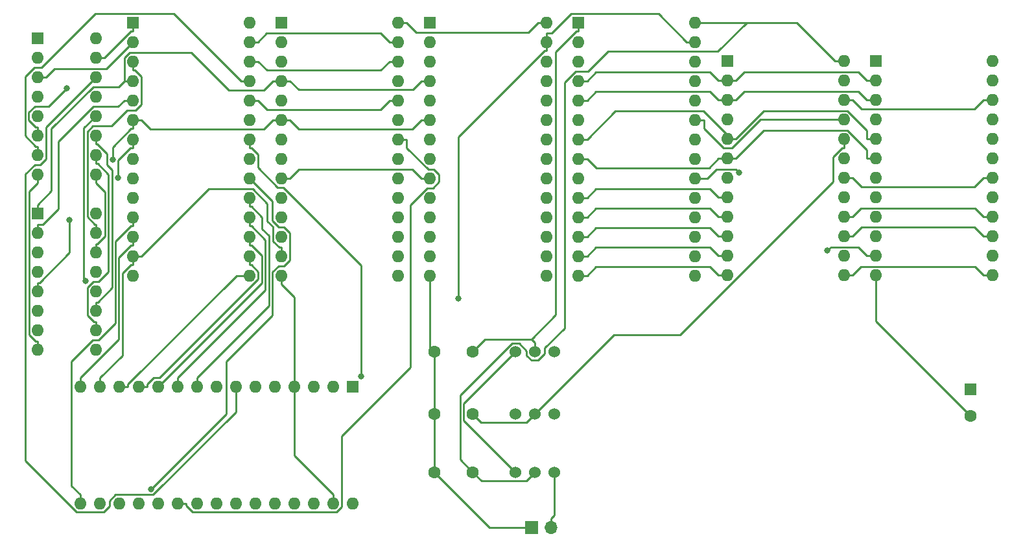
<source format=gbl>
%TF.GenerationSoftware,KiCad,Pcbnew,(6.0.10-0)*%
%TF.CreationDate,2023-09-02T13:11:49+02:00*%
%TF.ProjectId,EPROM_FLASHER,4550524f-4d5f-4464-9c41-534845522e6b,rev?*%
%TF.SameCoordinates,Original*%
%TF.FileFunction,Copper,L2,Bot*%
%TF.FilePolarity,Positive*%
%FSLAX46Y46*%
G04 Gerber Fmt 4.6, Leading zero omitted, Abs format (unit mm)*
G04 Created by KiCad (PCBNEW (6.0.10-0)) date 2023-09-02 13:11:49*
%MOMM*%
%LPD*%
G01*
G04 APERTURE LIST*
%TA.AperFunction,ComponentPad*%
%ADD10R,1.600000X1.600000*%
%TD*%
%TA.AperFunction,ComponentPad*%
%ADD11O,1.600000X1.600000*%
%TD*%
%TA.AperFunction,ComponentPad*%
%ADD12C,1.524000*%
%TD*%
%TA.AperFunction,ComponentPad*%
%ADD13C,1.600000*%
%TD*%
%TA.AperFunction,ComponentPad*%
%ADD14R,1.700000X1.700000*%
%TD*%
%TA.AperFunction,ComponentPad*%
%ADD15O,1.700000X1.700000*%
%TD*%
%TA.AperFunction,ViaPad*%
%ADD16C,0.800000*%
%TD*%
%TA.AperFunction,Conductor*%
%ADD17C,0.250000*%
%TD*%
G04 APERTURE END LIST*
D10*
%TO.P,U4,1,A7*%
%TO.N,A_{7}*%
X148532200Y-43414000D03*
D11*
%TO.P,U4,2,A6*%
%TO.N,A_{6}*%
X148532200Y-45954000D03*
%TO.P,U4,3,A5*%
%TO.N,A_{5}*%
X148532200Y-48494000D03*
%TO.P,U4,4,A4*%
%TO.N,A_{4}*%
X148532200Y-51034000D03*
%TO.P,U4,5,A3*%
%TO.N,A_{3}*%
X148532200Y-53574000D03*
%TO.P,U4,6,A2*%
%TO.N,A_{2}*%
X148532200Y-56114000D03*
%TO.P,U4,7,A1*%
%TO.N,A_{1}*%
X148532200Y-58654000D03*
%TO.P,U4,8,A0*%
%TO.N,A_{0}*%
X148532200Y-61194000D03*
%TO.P,U4,9,D0*%
%TO.N,D_{0}*%
X148532200Y-63734000D03*
%TO.P,U4,10,D1*%
%TO.N,D_{1}*%
X148532200Y-66274000D03*
%TO.P,U4,11,D2*%
%TO.N,D_{2}*%
X148532200Y-68814000D03*
%TO.P,U4,12,GND*%
%TO.N,GND*%
X148532200Y-71354000D03*
%TO.P,U4,13,D3*%
%TO.N,D_{3}*%
X163772200Y-71354000D03*
%TO.P,U4,14,D4*%
%TO.N,D_{4}*%
X163772200Y-68814000D03*
%TO.P,U4,15,D5*%
%TO.N,D_{5}*%
X163772200Y-66274000D03*
%TO.P,U4,16,D6*%
%TO.N,D_{6}*%
X163772200Y-63734000D03*
%TO.P,U4,17,D7*%
%TO.N,D_{7}*%
X163772200Y-61194000D03*
%TO.P,U4,18,~{CE}*%
%TO.N,~{CE}*%
X163772200Y-58654000D03*
%TO.P,U4,19,A10*%
%TO.N,A_{10}*%
X163772200Y-56114000D03*
%TO.P,U4,20,~{OE}/V_{PP}*%
%TO.N,~{OE}{slash}V_{PP}*%
X163772200Y-53574000D03*
%TO.P,U4,21,A11*%
%TO.N,A_{11}*%
X163772200Y-51034000D03*
%TO.P,U4,22,A9*%
%TO.N,A_{9}*%
X163772200Y-48494000D03*
%TO.P,U4,23,A8*%
%TO.N,A_{8}*%
X163772200Y-45954000D03*
%TO.P,U4,24,VCC*%
%TO.N,V_{CC\u002C EPROM}*%
X163772200Y-43414000D03*
%TD*%
D12*
%TO.P,SW3,1,A*%
%TO.N,VCC*%
X120904000Y-97028000D03*
%TO.P,SW3,2,B*%
%TO.N,V_{CC\u002C EPROM}*%
X123444000Y-97028000D03*
%TO.P,SW3,3,C*%
%TO.N,V_{CC\u002CSUPPLY}*%
X125984000Y-97028000D03*
%TD*%
D10*
%TO.P,U6,1,VPP*%
%TO.N,V_{PP}*%
X109723000Y-38364000D03*
D11*
%TO.P,U6,2,A12*%
%TO.N,A_{12}*%
X109723000Y-40904000D03*
%TO.P,U6,3,A7*%
%TO.N,A_{7}*%
X109723000Y-43444000D03*
%TO.P,U6,4,A6*%
%TO.N,A_{6}*%
X109723000Y-45984000D03*
%TO.P,U6,5,A5*%
%TO.N,A_{5}*%
X109723000Y-48524000D03*
%TO.P,U6,6,A4*%
%TO.N,A_{4}*%
X109723000Y-51064000D03*
%TO.P,U6,7,A3*%
%TO.N,A_{3}*%
X109723000Y-53604000D03*
%TO.P,U6,8,A2*%
%TO.N,A_{2}*%
X109723000Y-56144000D03*
%TO.P,U6,9,A1*%
%TO.N,A_{1}*%
X109723000Y-58684000D03*
%TO.P,U6,10,A0*%
%TO.N,A_{0}*%
X109723000Y-61224000D03*
%TO.P,U6,11,D0*%
%TO.N,D_{0}*%
X109723000Y-63764000D03*
%TO.P,U6,12,D1*%
%TO.N,D_{1}*%
X109723000Y-66304000D03*
%TO.P,U6,13,D2*%
%TO.N,D_{2}*%
X109723000Y-68844000D03*
%TO.P,U6,14,GND*%
%TO.N,GND*%
X109723000Y-71384000D03*
%TO.P,U6,15,D3*%
%TO.N,D_{3}*%
X124963000Y-71384000D03*
%TO.P,U6,16,D4*%
%TO.N,D_{4}*%
X124963000Y-68844000D03*
%TO.P,U6,17,D5*%
%TO.N,D_{5}*%
X124963000Y-66304000D03*
%TO.P,U6,18,D6*%
%TO.N,D_{6}*%
X124963000Y-63764000D03*
%TO.P,U6,19,D7*%
%TO.N,D_{7}*%
X124963000Y-61224000D03*
%TO.P,U6,20,~{CE}*%
%TO.N,~{CE}*%
X124963000Y-58684000D03*
%TO.P,U6,21,A10*%
%TO.N,A_{10}*%
X124963000Y-56144000D03*
%TO.P,U6,22,~{OE}*%
%TO.N,~{OE}*%
X124963000Y-53604000D03*
%TO.P,U6,23,A11*%
%TO.N,A_{11}*%
X124963000Y-51064000D03*
%TO.P,U6,24,A9*%
%TO.N,A_{9}*%
X124963000Y-48524000D03*
%TO.P,U6,25,A8*%
%TO.N,A_{8}*%
X124963000Y-45984000D03*
%TO.P,U6,26,A13*%
%TO.N,A_{13}*%
X124963000Y-43444000D03*
%TO.P,U6,27,~{PGM}*%
%TO.N,~{PGM}*%
X124963000Y-40904000D03*
%TO.P,U6,28,VCC*%
%TO.N,V_{CC\u002C EPROM}*%
X124963000Y-38364000D03*
%TD*%
D13*
%TO.P,C1,1*%
%TO.N,V_{PP}*%
X115276000Y-81280000D03*
%TO.P,C1,2*%
%TO.N,GND*%
X110276000Y-81280000D03*
%TD*%
%TO.P,C2,1*%
%TO.N,~{OE}{slash}V_{PP}*%
X115276000Y-89408000D03*
%TO.P,C2,2*%
%TO.N,GND*%
X110276000Y-89408000D03*
%TD*%
D10*
%TO.P,A1,1,D1/TX*%
%TO.N,unconnected-(A1-Pad1)*%
X99615800Y-85862000D03*
D11*
%TO.P,A1,2,D0/RX*%
%TO.N,unconnected-(A1-Pad2)*%
X97075800Y-85862000D03*
%TO.P,A1,3,~{RESET}*%
%TO.N,unconnected-(A1-Pad3)*%
X94535800Y-85862000D03*
%TO.P,A1,4,GND*%
%TO.N,GND*%
X91995800Y-85862000D03*
%TO.P,A1,5,D2*%
%TO.N,~{SRCLR}*%
X89455800Y-85862000D03*
%TO.P,A1,6,D3*%
%TO.N,SRCLK*%
X86915800Y-85862000D03*
%TO.P,A1,7,D4*%
%TO.N,SERIAL*%
X84375800Y-85862000D03*
%TO.P,A1,8,D5*%
%TO.N,RCLK*%
X81835800Y-85862000D03*
%TO.P,A1,9,D6*%
%TO.N,D_{7}*%
X79295800Y-85862000D03*
%TO.P,A1,10,D7*%
%TO.N,D_{6}*%
X76755800Y-85862000D03*
%TO.P,A1,11,D8*%
%TO.N,D_{5}*%
X74215800Y-85862000D03*
%TO.P,A1,12,D9*%
%TO.N,D_{4}*%
X71675800Y-85862000D03*
%TO.P,A1,13,D10*%
%TO.N,D_{3}*%
X69135800Y-85862000D03*
%TO.P,A1,14,D11*%
%TO.N,D_{2}*%
X66595800Y-85862000D03*
%TO.P,A1,15,D12*%
%TO.N,D_{1}*%
X64055800Y-85862000D03*
%TO.P,A1,16,D13*%
%TO.N,D_{0}*%
X64055800Y-101102000D03*
%TO.P,A1,17,3V3*%
%TO.N,unconnected-(A1-Pad17)*%
X66595800Y-101102000D03*
%TO.P,A1,18,AREF*%
%TO.N,unconnected-(A1-Pad18)*%
X69135800Y-101102000D03*
%TO.P,A1,19,A0*%
%TO.N,~{CE}*%
X71675800Y-101102000D03*
%TO.P,A1,20,A1*%
%TO.N,~{PGM}*%
X74215800Y-101102000D03*
%TO.P,A1,21,A2*%
%TO.N,~{OE}*%
X76755800Y-101102000D03*
%TO.P,A1,22,A3*%
%TO.N,unconnected-(A1-Pad22)*%
X79295800Y-101102000D03*
%TO.P,A1,23,A4*%
%TO.N,unconnected-(A1-Pad23)*%
X81835800Y-101102000D03*
%TO.P,A1,24,A5*%
%TO.N,unconnected-(A1-Pad24)*%
X84375800Y-101102000D03*
%TO.P,A1,25,A6*%
%TO.N,unconnected-(A1-Pad25)*%
X86915800Y-101102000D03*
%TO.P,A1,26,A7*%
%TO.N,unconnected-(A1-Pad26)*%
X89455800Y-101102000D03*
%TO.P,A1,27,+5V*%
%TO.N,VCC*%
X91995800Y-101102000D03*
%TO.P,A1,28,~{RESET}*%
%TO.N,unconnected-(A1-Pad28)*%
X94535800Y-101102000D03*
%TO.P,A1,29,GND*%
%TO.N,GND*%
X97075800Y-101102000D03*
%TO.P,A1,30,VIN*%
%TO.N,unconnected-(A1-Pad30)*%
X99615800Y-101102000D03*
%TD*%
D10*
%TO.P,C4,1*%
%TO.N,V_{PP\u002CSUPPLY}*%
X180340000Y-86231300D03*
D13*
%TO.P,C4,2*%
%TO.N,GND*%
X180340000Y-89731300D03*
%TD*%
D10*
%TO.P,U8,1,A15*%
%TO.N,A_{15}*%
X70913800Y-38364000D03*
D11*
%TO.P,U8,2,A12*%
%TO.N,A_{12}*%
X70913800Y-40904000D03*
%TO.P,U8,3,A7*%
%TO.N,A_{7}*%
X70913800Y-43444000D03*
%TO.P,U8,4,A6*%
%TO.N,A_{6}*%
X70913800Y-45984000D03*
%TO.P,U8,5,A5*%
%TO.N,A_{5}*%
X70913800Y-48524000D03*
%TO.P,U8,6,A4*%
%TO.N,A_{4}*%
X70913800Y-51064000D03*
%TO.P,U8,7,A3*%
%TO.N,A_{3}*%
X70913800Y-53604000D03*
%TO.P,U8,8,A2*%
%TO.N,A_{2}*%
X70913800Y-56144000D03*
%TO.P,U8,9,A1*%
%TO.N,A_{1}*%
X70913800Y-58684000D03*
%TO.P,U8,10,A0*%
%TO.N,A_{0}*%
X70913800Y-61224000D03*
%TO.P,U8,11,D0*%
%TO.N,D_{0}*%
X70913800Y-63764000D03*
%TO.P,U8,12,D1*%
%TO.N,D_{1}*%
X70913800Y-66304000D03*
%TO.P,U8,13,D2*%
%TO.N,D_{2}*%
X70913800Y-68844000D03*
%TO.P,U8,14,GND*%
%TO.N,GND*%
X70913800Y-71384000D03*
%TO.P,U8,15,D3*%
%TO.N,D_{3}*%
X86153800Y-71384000D03*
%TO.P,U8,16,D4*%
%TO.N,D_{4}*%
X86153800Y-68844000D03*
%TO.P,U8,17,D5*%
%TO.N,D_{5}*%
X86153800Y-66304000D03*
%TO.P,U8,18,D6*%
%TO.N,D_{6}*%
X86153800Y-63764000D03*
%TO.P,U8,19,D7*%
%TO.N,D_{7}*%
X86153800Y-61224000D03*
%TO.P,U8,20,~{CE}*%
%TO.N,~{CE}*%
X86153800Y-58684000D03*
%TO.P,U8,21,A10*%
%TO.N,A_{10}*%
X86153800Y-56144000D03*
%TO.P,U8,22,~{OE}*%
%TO.N,~{OE}{slash}V_{PP}*%
X86153800Y-53604000D03*
%TO.P,U8,23,A11*%
%TO.N,A_{11}*%
X86153800Y-51064000D03*
%TO.P,U8,24,A9*%
%TO.N,A_{9}*%
X86153800Y-48524000D03*
%TO.P,U8,25,A8*%
%TO.N,A_{8}*%
X86153800Y-45984000D03*
%TO.P,U8,26,A13*%
%TO.N,A_{13}*%
X86153800Y-43444000D03*
%TO.P,U8,27,A14*%
%TO.N,A_{14}*%
X86153800Y-40904000D03*
%TO.P,U8,28,VCC*%
%TO.N,V_{CC\u002C EPROM}*%
X86153800Y-38364000D03*
%TD*%
D14*
%TO.P,J3,1,Pin_1*%
%TO.N,GND*%
X122978800Y-104245200D03*
D15*
%TO.P,J3,2,Pin_2*%
%TO.N,V_{CC\u002CSUPPLY}*%
X125518800Y-104245200D03*
%TD*%
D10*
%TO.P,U2,1,VPP*%
%TO.N,V_{PP}*%
X129127600Y-38364000D03*
D11*
%TO.P,U2,2,A12*%
%TO.N,A_{12}*%
X129127600Y-40904000D03*
%TO.P,U2,3,A7*%
%TO.N,A_{7}*%
X129127600Y-43444000D03*
%TO.P,U2,4,A6*%
%TO.N,A_{6}*%
X129127600Y-45984000D03*
%TO.P,U2,5,A5*%
%TO.N,A_{5}*%
X129127600Y-48524000D03*
%TO.P,U2,6,A4*%
%TO.N,A_{4}*%
X129127600Y-51064000D03*
%TO.P,U2,7,A3*%
%TO.N,A_{3}*%
X129127600Y-53604000D03*
%TO.P,U2,8,A2*%
%TO.N,A_{2}*%
X129127600Y-56144000D03*
%TO.P,U2,9,A1*%
%TO.N,A_{1}*%
X129127600Y-58684000D03*
%TO.P,U2,10,A0*%
%TO.N,A_{0}*%
X129127600Y-61224000D03*
%TO.P,U2,11,D0*%
%TO.N,D_{0}*%
X129127600Y-63764000D03*
%TO.P,U2,12,D1*%
%TO.N,D_{1}*%
X129127600Y-66304000D03*
%TO.P,U2,13,D2*%
%TO.N,D_{2}*%
X129127600Y-68844000D03*
%TO.P,U2,14,GND*%
%TO.N,GND*%
X129127600Y-71384000D03*
%TO.P,U2,15,D3*%
%TO.N,D_{3}*%
X144367600Y-71384000D03*
%TO.P,U2,16,D4*%
%TO.N,D_{4}*%
X144367600Y-68844000D03*
%TO.P,U2,17,D5*%
%TO.N,D_{5}*%
X144367600Y-66304000D03*
%TO.P,U2,18,D6*%
%TO.N,D_{6}*%
X144367600Y-63764000D03*
%TO.P,U2,19,D7*%
%TO.N,D_{7}*%
X144367600Y-61224000D03*
%TO.P,U2,20,~{CE}*%
%TO.N,~{CE}*%
X144367600Y-58684000D03*
%TO.P,U2,21,A10*%
%TO.N,A_{10}*%
X144367600Y-56144000D03*
%TO.P,U2,22,~{OE}*%
%TO.N,~{OE}*%
X144367600Y-53604000D03*
%TO.P,U2,23,A11*%
%TO.N,A_{11}*%
X144367600Y-51064000D03*
%TO.P,U2,24,A9*%
%TO.N,A_{9}*%
X144367600Y-48524000D03*
%TO.P,U2,25,A8*%
%TO.N,A_{8}*%
X144367600Y-45984000D03*
%TO.P,U2,26,NC*%
%TO.N,unconnected-(U2-Pad26)*%
X144367600Y-43444000D03*
%TO.P,U2,27,~{PGM}*%
%TO.N,~{PGM}*%
X144367600Y-40904000D03*
%TO.P,U2,28,VCC*%
%TO.N,V_{CC\u002C EPROM}*%
X144367600Y-38364000D03*
%TD*%
D10*
%TO.P,U3,1,A7*%
%TO.N,A_{7}*%
X167936800Y-43414000D03*
D11*
%TO.P,U3,2,A6*%
%TO.N,A_{6}*%
X167936800Y-45954000D03*
%TO.P,U3,3,A5*%
%TO.N,A_{5}*%
X167936800Y-48494000D03*
%TO.P,U3,4,A4*%
%TO.N,A_{4}*%
X167936800Y-51034000D03*
%TO.P,U3,5,A3*%
%TO.N,A_{3}*%
X167936800Y-53574000D03*
%TO.P,U3,6,A2*%
%TO.N,A_{2}*%
X167936800Y-56114000D03*
%TO.P,U3,7,A1*%
%TO.N,A_{1}*%
X167936800Y-58654000D03*
%TO.P,U3,8,A0*%
%TO.N,A_{0}*%
X167936800Y-61194000D03*
%TO.P,U3,9,D0*%
%TO.N,D_{0}*%
X167936800Y-63734000D03*
%TO.P,U3,10,D1*%
%TO.N,D_{1}*%
X167936800Y-66274000D03*
%TO.P,U3,11,D2*%
%TO.N,D_{2}*%
X167936800Y-68814000D03*
%TO.P,U3,12,GND*%
%TO.N,GND*%
X167936800Y-71354000D03*
%TO.P,U3,13,D3*%
%TO.N,D_{3}*%
X183176800Y-71354000D03*
%TO.P,U3,14,D4*%
%TO.N,D_{4}*%
X183176800Y-68814000D03*
%TO.P,U3,15,D5*%
%TO.N,D_{5}*%
X183176800Y-66274000D03*
%TO.P,U3,16,D6*%
%TO.N,D_{6}*%
X183176800Y-63734000D03*
%TO.P,U3,17,D7*%
%TO.N,D_{7}*%
X183176800Y-61194000D03*
%TO.P,U3,18,~{CE}*%
%TO.N,~{CE}*%
X183176800Y-58654000D03*
%TO.P,U3,19,A10*%
%TO.N,A_{10}*%
X183176800Y-56114000D03*
%TO.P,U3,20,~{OE}*%
%TO.N,~{OE}*%
X183176800Y-53574000D03*
%TO.P,U3,21,V_{PP}*%
%TO.N,V_{PP}*%
X183176800Y-51034000D03*
%TO.P,U3,22,A9*%
%TO.N,A_{9}*%
X183176800Y-48494000D03*
%TO.P,U3,23,A8*%
%TO.N,A_{8}*%
X183176800Y-45954000D03*
%TO.P,U3,24,VCC*%
%TO.N,V_{CC\u002C EPROM}*%
X183176800Y-43414000D03*
%TD*%
D10*
%TO.P,U5,1,QB*%
%TO.N,A_{6}*%
X58477800Y-63261000D03*
D11*
%TO.P,U5,2,QC*%
%TO.N,A_{5}*%
X58477800Y-65801000D03*
%TO.P,U5,3,QD*%
%TO.N,A_{4}*%
X58477800Y-68341000D03*
%TO.P,U5,4,QE*%
%TO.N,A_{3}*%
X58477800Y-70881000D03*
%TO.P,U5,5,QF*%
%TO.N,A_{2}*%
X58477800Y-73421000D03*
%TO.P,U5,6,QG*%
%TO.N,A_{1}*%
X58477800Y-75961000D03*
%TO.P,U5,7,QH*%
%TO.N,A_{0}*%
X58477800Y-78501000D03*
%TO.P,U5,8,GND*%
%TO.N,GND*%
X58477800Y-81041000D03*
%TO.P,U5,9,QH'*%
%TO.N,unconnected-(U5-Pad9)*%
X66097800Y-81041000D03*
%TO.P,U5,10,~{SRCLR}*%
%TO.N,~{SRCLR}*%
X66097800Y-78501000D03*
%TO.P,U5,11,SRCLK*%
%TO.N,SRCLK*%
X66097800Y-75961000D03*
%TO.P,U5,12,RCLK*%
%TO.N,RCLK*%
X66097800Y-73421000D03*
%TO.P,U5,13,~{OE}*%
%TO.N,GND*%
X66097800Y-70881000D03*
%TO.P,U5,14,SER*%
%TO.N,Net-(U1-Pad9)*%
X66097800Y-68341000D03*
%TO.P,U5,15,QA*%
%TO.N,A_{7}*%
X66097800Y-65801000D03*
%TO.P,U5,16,VCC*%
%TO.N,VCC*%
X66097800Y-63261000D03*
%TD*%
D10*
%TO.P,U7,1,VPP*%
%TO.N,V_{PP}*%
X90318400Y-38364000D03*
D11*
%TO.P,U7,2,A12*%
%TO.N,A_{12}*%
X90318400Y-40904000D03*
%TO.P,U7,3,A7*%
%TO.N,A_{7}*%
X90318400Y-43444000D03*
%TO.P,U7,4,A6*%
%TO.N,A_{6}*%
X90318400Y-45984000D03*
%TO.P,U7,5,A5*%
%TO.N,A_{5}*%
X90318400Y-48524000D03*
%TO.P,U7,6,A4*%
%TO.N,A_{4}*%
X90318400Y-51064000D03*
%TO.P,U7,7,A3*%
%TO.N,A_{3}*%
X90318400Y-53604000D03*
%TO.P,U7,8,A2*%
%TO.N,A_{2}*%
X90318400Y-56144000D03*
%TO.P,U7,9,A1*%
%TO.N,A_{1}*%
X90318400Y-58684000D03*
%TO.P,U7,10,A0*%
%TO.N,A_{0}*%
X90318400Y-61224000D03*
%TO.P,U7,11,D0*%
%TO.N,D_{0}*%
X90318400Y-63764000D03*
%TO.P,U7,12,D1*%
%TO.N,D_{1}*%
X90318400Y-66304000D03*
%TO.P,U7,13,D2*%
%TO.N,D_{2}*%
X90318400Y-68844000D03*
%TO.P,U7,14,GND*%
%TO.N,GND*%
X90318400Y-71384000D03*
%TO.P,U7,15,D3*%
%TO.N,D_{3}*%
X105558400Y-71384000D03*
%TO.P,U7,16,D4*%
%TO.N,D_{4}*%
X105558400Y-68844000D03*
%TO.P,U7,17,D5*%
%TO.N,D_{5}*%
X105558400Y-66304000D03*
%TO.P,U7,18,D6*%
%TO.N,D_{6}*%
X105558400Y-63764000D03*
%TO.P,U7,19,D7*%
%TO.N,D_{7}*%
X105558400Y-61224000D03*
%TO.P,U7,20,~{CE}*%
%TO.N,~{CE}*%
X105558400Y-58684000D03*
%TO.P,U7,21,A10*%
%TO.N,A_{10}*%
X105558400Y-56144000D03*
%TO.P,U7,22,~{OE}*%
%TO.N,~{OE}*%
X105558400Y-53604000D03*
%TO.P,U7,23,A11*%
%TO.N,A_{11}*%
X105558400Y-51064000D03*
%TO.P,U7,24,A9*%
%TO.N,A_{9}*%
X105558400Y-48524000D03*
%TO.P,U7,25,A8*%
%TO.N,A_{8}*%
X105558400Y-45984000D03*
%TO.P,U7,26,A13*%
%TO.N,A_{13}*%
X105558400Y-43444000D03*
%TO.P,U7,27,A14*%
%TO.N,A_{14}*%
X105558400Y-40904000D03*
%TO.P,U7,28,VCC*%
%TO.N,V_{CC\u002C EPROM}*%
X105558400Y-38364000D03*
%TD*%
D10*
%TO.P,U1,1,QB*%
%TO.N,A_{14}*%
X58477800Y-40401000D03*
D11*
%TO.P,U1,2,QC*%
%TO.N,A_{13}*%
X58477800Y-42941000D03*
%TO.P,U1,3,QD*%
%TO.N,A_{12}*%
X58477800Y-45481000D03*
%TO.P,U1,4,QE*%
%TO.N,A_{11}*%
X58477800Y-48021000D03*
%TO.P,U1,5,QF*%
%TO.N,A_{10}*%
X58477800Y-50561000D03*
%TO.P,U1,6,QG*%
%TO.N,A_{9}*%
X58477800Y-53101000D03*
%TO.P,U1,7,QH*%
%TO.N,A_{8}*%
X58477800Y-55641000D03*
%TO.P,U1,8,GND*%
%TO.N,GND*%
X58477800Y-58181000D03*
%TO.P,U1,9,QH'*%
%TO.N,Net-(U1-Pad9)*%
X66097800Y-58181000D03*
%TO.P,U1,10,~{SRCLR}*%
%TO.N,~{SRCLR}*%
X66097800Y-55641000D03*
%TO.P,U1,11,SRCLK*%
%TO.N,SRCLK*%
X66097800Y-53101000D03*
%TO.P,U1,12,RCLK*%
%TO.N,RCLK*%
X66097800Y-50561000D03*
%TO.P,U1,13,~{OE}*%
%TO.N,GND*%
X66097800Y-48021000D03*
%TO.P,U1,14,SER*%
%TO.N,SERIAL*%
X66097800Y-45481000D03*
%TO.P,U1,15,QA*%
%TO.N,A_{15}*%
X66097800Y-42941000D03*
%TO.P,U1,16,VCC*%
%TO.N,VCC*%
X66097800Y-40401000D03*
%TD*%
D12*
%TO.P,SW2,1,A*%
%TO.N,GND*%
X120904000Y-89408000D03*
%TO.P,SW2,2,B*%
%TO.N,~{OE}{slash}V_{PP}*%
X123444000Y-89408000D03*
%TO.P,SW2,3,C*%
%TO.N,V_{PP\u002CSUPPLY}*%
X125984000Y-89408000D03*
%TD*%
D13*
%TO.P,C3,1*%
%TO.N,V_{CC\u002C EPROM}*%
X115316000Y-97028000D03*
%TO.P,C3,2*%
%TO.N,GND*%
X110316000Y-97028000D03*
%TD*%
D12*
%TO.P,SW1,1,A*%
%TO.N,VCC*%
X120904000Y-81280000D03*
%TO.P,SW1,2,B*%
%TO.N,V_{PP}*%
X123444000Y-81280000D03*
%TO.P,SW1,3,C*%
%TO.N,V_{PP\u002CSUPPLY}*%
X125984000Y-81280000D03*
%TD*%
D16*
%TO.N,RCLK*%
X64768400Y-72058500D03*
%TO.N,D_{2}*%
X161650000Y-68119700D03*
%TO.N,~{CE}*%
X150064000Y-57961300D03*
X73284900Y-99218700D03*
%TO.N,~{PGM}*%
X113434000Y-74335200D03*
%TO.N,~{OE}{slash}V_{PP}*%
X100726800Y-84494100D03*
%TO.N,A_{9}*%
X62291000Y-46895800D03*
%TO.N,A_{4}*%
X68265900Y-56217700D03*
%TO.N,A_{3}*%
X69020700Y-58594200D03*
%TO.N,A_{2}*%
X62626900Y-64164500D03*
%TD*%
D17*
%TO.N,GND*%
X167936800Y-71354000D02*
X167937000Y-71354000D01*
X110316000Y-97028000D02*
X110276000Y-96988000D01*
X148532200Y-71354000D02*
X148532000Y-71354000D01*
X90318400Y-72509100D02*
X91995800Y-74186500D01*
X58477800Y-79915900D02*
X58477800Y-81041000D01*
X109723000Y-71384000D02*
X109723000Y-80727000D01*
X91995800Y-94896900D02*
X91995800Y-85862000D01*
X146282000Y-70229000D02*
X147407000Y-71354000D01*
X167937000Y-77328100D02*
X180340000Y-89731300D01*
X131408000Y-70229000D02*
X146282000Y-70229000D01*
X167937000Y-71354000D02*
X167937000Y-77328100D01*
X57352600Y-79072000D02*
X58196500Y-79915900D01*
X58477800Y-58181000D02*
X58477800Y-59306100D01*
X57352600Y-60431300D02*
X57352600Y-79072000D01*
X97075800Y-101102000D02*
X97075800Y-99976900D01*
X130253000Y-71384000D02*
X131408000Y-70229000D01*
X58196500Y-79915900D02*
X58477800Y-79915900D01*
X91995800Y-74186500D02*
X91995800Y-85862000D01*
X97075800Y-99976900D02*
X91995800Y-94896900D01*
X110276000Y-96988000D02*
X110276000Y-89408000D01*
X58477800Y-59306100D02*
X57352600Y-60431300D01*
X147407000Y-71354000D02*
X148532000Y-71354000D01*
X122978800Y-104245200D02*
X117533200Y-104245200D01*
X110276000Y-89408000D02*
X110276000Y-81280000D01*
X129127600Y-71384000D02*
X129128000Y-71384000D01*
X117533200Y-104245200D02*
X110316000Y-97028000D01*
X109723000Y-80727000D02*
X110276000Y-81280000D01*
X90318400Y-71384000D02*
X90318400Y-72509100D01*
X129128000Y-71384000D02*
X130253000Y-71384000D01*
%TO.N,~{SRCLR}*%
X66330900Y-56766100D02*
X66097800Y-56766100D01*
X66097800Y-77375900D02*
X65816500Y-77375900D01*
X65816500Y-77375900D02*
X64971500Y-76530900D01*
X66097800Y-56766100D02*
X66097800Y-55641000D01*
X66477000Y-72151000D02*
X67747000Y-70881000D01*
X64971500Y-72910400D02*
X65730900Y-72151000D01*
X67747000Y-58182200D02*
X66330900Y-56766100D01*
X66097800Y-78501000D02*
X66097800Y-77375900D01*
X67747000Y-70881000D02*
X67747000Y-58182200D01*
X65730900Y-72151000D02*
X66477000Y-72151000D01*
X64971500Y-76530900D02*
X64971500Y-72910400D01*
%TO.N,SRCLK*%
X66275900Y-54226100D02*
X66097800Y-54226100D01*
X66097800Y-54226100D02*
X66097800Y-53101000D01*
X68197300Y-57597600D02*
X67510900Y-56911200D01*
X67510900Y-56911200D02*
X67510900Y-55461100D01*
X66097800Y-74835900D02*
X66330900Y-74835900D01*
X66330900Y-74835900D02*
X68197300Y-72969500D01*
X66097800Y-75961000D02*
X66097800Y-74835900D01*
X68197300Y-72969500D02*
X68197300Y-57597600D01*
X67510900Y-55461100D02*
X66275900Y-54226100D01*
%TO.N,SERIAL*%
X58862300Y-56911000D02*
X59603000Y-56170300D01*
X68663600Y-99976800D02*
X67865800Y-100775000D01*
X56896400Y-95538300D02*
X56896400Y-58136100D01*
X67079200Y-102238000D02*
X63596000Y-102238000D01*
X67865800Y-101451000D02*
X67079200Y-102238000D01*
X58121500Y-56911000D02*
X58862300Y-56911000D01*
X84375800Y-89189700D02*
X73588700Y-99976800D01*
X84375800Y-85862000D02*
X84375800Y-89189700D01*
X63596000Y-102238000D02*
X56896400Y-95538300D01*
X59603000Y-51975800D02*
X66097800Y-45481000D01*
X59603000Y-56170300D02*
X59603000Y-51975800D01*
X73588700Y-99976800D02*
X68663600Y-99976800D01*
X67865800Y-100775000D02*
X67865800Y-101451000D01*
X56896400Y-58136100D02*
X58121500Y-56911000D01*
%TO.N,RCLK*%
X64522500Y-52136300D02*
X64522500Y-71812600D01*
X64522500Y-71812600D02*
X64768400Y-72058500D01*
X66097800Y-50561000D02*
X64522500Y-52136300D01*
%TO.N,D_{7}*%
X86153800Y-61224000D02*
X86153800Y-62349100D01*
X88714600Y-75318100D02*
X79295800Y-84736900D01*
X79295800Y-84736900D02*
X79295800Y-85862000D01*
X87814500Y-63776700D02*
X87814500Y-65275000D01*
X87814500Y-65275000D02*
X88714600Y-66175100D01*
X86153800Y-62349100D02*
X86386900Y-62349100D01*
X88714600Y-66175100D02*
X88714600Y-75318100D01*
X86386900Y-62349100D02*
X87814500Y-63776700D01*
%TO.N,D_{6}*%
X180902000Y-62584500D02*
X182052000Y-63734000D01*
X76755800Y-85862000D02*
X76755800Y-84736900D01*
X88213000Y-66715200D02*
X86386900Y-64889100D01*
X163772200Y-63734000D02*
X164897000Y-63734000D01*
X182052000Y-63734000D02*
X183176800Y-63734000D01*
X163772000Y-63734000D02*
X163772200Y-63734000D01*
X86153800Y-64889100D02*
X86153800Y-63764000D01*
X86386900Y-64889100D02*
X86153800Y-64889100D01*
X183176800Y-63734000D02*
X183177000Y-63734000D01*
X88213000Y-73279700D02*
X88213000Y-66715200D01*
X76755800Y-84736900D02*
X88213000Y-73279700D01*
X164897000Y-63734000D02*
X166047000Y-62584500D01*
X166047000Y-62584500D02*
X180902000Y-62584500D01*
%TO.N,D_{5}*%
X180861000Y-65083400D02*
X182052000Y-66274000D01*
X183176800Y-66274000D02*
X183177000Y-66274000D01*
X86386900Y-67429100D02*
X86153800Y-67429100D01*
X163772000Y-66274000D02*
X163772200Y-66274000D01*
X163772200Y-66274000D02*
X164897000Y-66274000D01*
X182052000Y-66274000D02*
X183176800Y-66274000D01*
X164897000Y-66274000D02*
X166088000Y-65083400D01*
X87756400Y-68798600D02*
X86386900Y-67429100D01*
X86153800Y-67429100D02*
X86153800Y-66304000D01*
X74215800Y-85862000D02*
X87756400Y-72321400D01*
X166088000Y-65083400D02*
X180861000Y-65083400D01*
X87756400Y-72321400D02*
X87756400Y-68798600D01*
%TO.N,D_{4}*%
X86386900Y-69969100D02*
X86153800Y-69969100D01*
X71675800Y-85862000D02*
X72800900Y-85862000D01*
X86153800Y-69969100D02*
X86153800Y-68844000D01*
X72800900Y-85580600D02*
X73644600Y-84736900D01*
X87306200Y-70888400D02*
X86386900Y-69969100D01*
X72800900Y-85862000D02*
X72800900Y-85580600D01*
X87306200Y-71826100D02*
X87306200Y-70888400D01*
X74395400Y-84736900D02*
X87306200Y-71826100D01*
X73644600Y-84736900D02*
X74395400Y-84736900D01*
%TO.N,D_{3}*%
X183176800Y-71354000D02*
X183177000Y-71354000D01*
X84457600Y-71384000D02*
X86153800Y-71384000D01*
X69135800Y-85862000D02*
X70260900Y-85862000D01*
X166047000Y-70204500D02*
X180902000Y-70204500D01*
X180902000Y-70204500D02*
X182052000Y-71354000D01*
X163772200Y-71354000D02*
X164897000Y-71354000D01*
X163772000Y-71354000D02*
X163772200Y-71354000D01*
X70260900Y-85862000D02*
X70260900Y-85580700D01*
X164897000Y-71354000D02*
X166047000Y-70204500D01*
X182052000Y-71354000D02*
X183176800Y-71354000D01*
X70260900Y-85580700D02*
X84457600Y-71384000D01*
%TO.N,D_{2}*%
X66595800Y-84736900D02*
X69547600Y-81785100D01*
X165686000Y-67688800D02*
X162081000Y-67688800D01*
X90037000Y-67718900D02*
X89193300Y-66875200D01*
X88489700Y-61966600D02*
X86602900Y-60079800D01*
X86602900Y-60079800D02*
X80803100Y-60079800D01*
X69547600Y-71102100D02*
X70680600Y-69969100D01*
X148532200Y-68814000D02*
X148532000Y-68814000D01*
X166812000Y-68814000D02*
X165686000Y-67688800D01*
X130253000Y-68844000D02*
X131408000Y-67689000D01*
X66595800Y-85862000D02*
X66595800Y-84736900D01*
X89193300Y-66875200D02*
X89193300Y-64968900D01*
X89193300Y-64968900D02*
X88489700Y-64265300D01*
X80803100Y-60079800D02*
X72038900Y-68844000D01*
X146282000Y-67689000D02*
X147407000Y-68814000D01*
X88489700Y-64265300D02*
X88489700Y-61966600D01*
X90318400Y-67718900D02*
X90037000Y-67718900D01*
X167936800Y-68814000D02*
X166812000Y-68814000D01*
X129127600Y-68844000D02*
X129128000Y-68844000D01*
X70913800Y-69969100D02*
X70913800Y-68844000D01*
X129128000Y-68844000D02*
X130253000Y-68844000D01*
X147407000Y-68814000D02*
X148532000Y-68814000D01*
X162081000Y-67688800D02*
X161650000Y-68119700D01*
X70680600Y-69969100D02*
X70913800Y-69969100D01*
X72038900Y-68844000D02*
X70913800Y-68844000D01*
X131408000Y-67689000D02*
X146282000Y-67689000D01*
X69547600Y-81785100D02*
X69547600Y-71102100D01*
X90318400Y-68844000D02*
X90318400Y-67718900D01*
X167937000Y-68814000D02*
X167936800Y-68814000D01*
%TO.N,D_{1}*%
X148532000Y-66274000D02*
X147407000Y-66274000D01*
X70913800Y-67429100D02*
X70913800Y-66304000D01*
X64055800Y-85862000D02*
X64055800Y-84736900D01*
X131408000Y-65149000D02*
X130253000Y-66304000D01*
X69097500Y-69012200D02*
X70680600Y-67429100D01*
X147407000Y-66274000D02*
X146282000Y-65149000D01*
X64055800Y-84736900D02*
X69097500Y-79695200D01*
X129127600Y-66304000D02*
X129128000Y-66304000D01*
X69097500Y-79695200D02*
X69097500Y-69012200D01*
X130253000Y-66304000D02*
X129128000Y-66304000D01*
X70680600Y-67429100D02*
X70913800Y-67429100D01*
X146282000Y-65149000D02*
X131408000Y-65149000D01*
X148532200Y-66274000D02*
X148532000Y-66274000D01*
%TO.N,D_{0}*%
X130253000Y-63764000D02*
X131408000Y-62609000D01*
X68647400Y-77595200D02*
X66471600Y-79771000D01*
X62922700Y-98843800D02*
X64055800Y-99976900D01*
X129128000Y-63764000D02*
X130253000Y-63764000D01*
X147407000Y-63734000D02*
X148532000Y-63734000D01*
X70680600Y-64889100D02*
X68647400Y-66922300D01*
X62922700Y-82568400D02*
X62922700Y-98843800D01*
X129127600Y-63764000D02*
X129128000Y-63764000D01*
X70913800Y-64889100D02*
X70680600Y-64889100D01*
X148532200Y-63734000D02*
X148532000Y-63734000D01*
X65720100Y-79771000D02*
X62922700Y-82568400D01*
X70913800Y-63764000D02*
X70913800Y-64889100D01*
X66471600Y-79771000D02*
X65720100Y-79771000D01*
X146282000Y-62609000D02*
X147407000Y-63734000D01*
X64055800Y-99976900D02*
X64055800Y-101102000D01*
X131408000Y-62609000D02*
X146282000Y-62609000D01*
X68647400Y-66922300D02*
X68647400Y-77595200D01*
%TO.N,~{CE}*%
X91460900Y-69352100D02*
X90699000Y-70114000D01*
X180861000Y-59844600D02*
X182052000Y-58654000D01*
X164897000Y-58654000D02*
X166088000Y-59844600D01*
X145967000Y-58684000D02*
X147122000Y-57528800D01*
X90643200Y-65034000D02*
X91460900Y-65851700D01*
X182052000Y-58654000D02*
X183176800Y-58654000D01*
X166088000Y-59844600D02*
X180861000Y-59844600D01*
X83105800Y-82620100D02*
X83105800Y-89397800D01*
X91460900Y-65851700D02*
X91460900Y-69352100D01*
X147122000Y-57528800D02*
X149632000Y-57528800D01*
X89165000Y-76560900D02*
X83105800Y-82620100D01*
X163772200Y-58654000D02*
X164897000Y-58654000D01*
X89996300Y-65034000D02*
X90643200Y-65034000D01*
X89954300Y-70114000D02*
X89165000Y-70903300D01*
X89164800Y-64202500D02*
X89996300Y-65034000D01*
X149632000Y-57528800D02*
X150064000Y-57961300D01*
X144368000Y-58684000D02*
X145967000Y-58684000D01*
X144367600Y-58684000D02*
X144368000Y-58684000D01*
X89164800Y-61695000D02*
X89164800Y-64202500D01*
X90699000Y-70114000D02*
X89954300Y-70114000D01*
X89165000Y-70903300D02*
X89165000Y-76560900D01*
X183176800Y-58654000D02*
X183177000Y-58654000D01*
X163772000Y-58654000D02*
X163772200Y-58654000D01*
X83105800Y-89397800D02*
X73284900Y-99218700D01*
X86153800Y-58684000D02*
X89164800Y-61695000D01*
%TO.N,~{PGM}*%
X113434000Y-53324800D02*
X124730000Y-42029100D01*
X139577000Y-37238800D02*
X143242000Y-40904000D01*
X128166000Y-37238800D02*
X139577000Y-37238800D01*
X124963000Y-39778900D02*
X125626000Y-39778900D01*
X124963000Y-42029100D02*
X124963000Y-40904000D01*
X124963000Y-40904000D02*
X124963000Y-39778900D01*
X113434000Y-74335200D02*
X113434000Y-53324800D01*
X125626000Y-39778900D02*
X128166000Y-37238800D01*
X143242000Y-40904000D02*
X144367600Y-40904000D01*
X124730000Y-42029100D02*
X124963000Y-42029100D01*
X144367600Y-40904000D02*
X144368000Y-40904000D01*
%TO.N,~{OE}*%
X98201000Y-101586000D02*
X98201000Y-92299000D01*
X110108000Y-59947000D02*
X110894000Y-59161300D01*
X105558400Y-53604000D02*
X105558000Y-53604000D01*
X77880900Y-101102000D02*
X77880900Y-101383000D01*
X107188000Y-83312000D02*
X107188000Y-62162000D01*
X98201000Y-92299000D02*
X107188000Y-83312000D01*
X97548200Y-102239000D02*
X98201000Y-101586000D01*
X106684000Y-53604000D02*
X105558400Y-53604000D01*
X77880900Y-101383000D02*
X78736800Y-102239000D01*
X110894000Y-58218600D02*
X110234000Y-57558800D01*
X109403000Y-59947000D02*
X110108000Y-59947000D01*
X110234000Y-57558800D02*
X109513000Y-57558800D01*
X109513000Y-57558800D02*
X106684000Y-54729100D01*
X107188000Y-62162000D02*
X109403000Y-59947000D01*
X110894000Y-59161300D02*
X110894000Y-58218600D01*
X76755800Y-101102000D02*
X77880900Y-101102000D01*
X106684000Y-54729100D02*
X106684000Y-53604000D01*
X78736800Y-102239000D02*
X97548200Y-102239000D01*
%TO.N,VCC*%
X120904000Y-97028000D02*
X114132000Y-90256000D01*
X114132000Y-90256000D02*
X114132000Y-88052000D01*
X114132000Y-88052000D02*
X120904000Y-81280000D01*
%TO.N,V_{PP}*%
X126170600Y-76502500D02*
X122993900Y-79679200D01*
X128846300Y-39489100D02*
X126170600Y-42164800D01*
X126170600Y-42164800D02*
X126170600Y-76502500D01*
X123444000Y-80129300D02*
X122993900Y-79679200D01*
X129127600Y-39489100D02*
X128846300Y-39489100D01*
X122993900Y-79679200D02*
X116876800Y-79679200D01*
X116876800Y-79679200D02*
X115276000Y-81280000D01*
X123444000Y-81280000D02*
X123444000Y-80129300D01*
X129127600Y-38364000D02*
X129127600Y-39489100D01*
%TO.N,~{OE}{slash}V_{PP}*%
X163539000Y-54699100D02*
X163772200Y-54699100D01*
X115276000Y-89408000D02*
X116393500Y-90525500D01*
X87278900Y-55572800D02*
X87278900Y-57307500D01*
X87278900Y-57307500D02*
X89851500Y-59880100D01*
X142406800Y-79086800D02*
X162357400Y-59136200D01*
X100726800Y-70014300D02*
X100726800Y-84494100D01*
X86153800Y-54729100D02*
X86435200Y-54729100D01*
X133765200Y-79086800D02*
X142406800Y-79086800D01*
X86435200Y-54729100D02*
X87278900Y-55572800D01*
X163772200Y-53574000D02*
X163772200Y-54699100D01*
X86153800Y-53604000D02*
X86153800Y-54729100D01*
X90592600Y-59880100D02*
X100726800Y-70014300D01*
X162357400Y-59136200D02*
X162357400Y-55880700D01*
X122326500Y-90525500D02*
X123444000Y-89408000D01*
X162357400Y-55880700D02*
X163539000Y-54699100D01*
X116393500Y-90525500D02*
X122326500Y-90525500D01*
X123444000Y-89408000D02*
X133765200Y-79086800D01*
X89851500Y-59880100D02*
X90592600Y-59880100D01*
%TO.N,V_{CC\u002C EPROM}*%
X115316000Y-97028000D02*
X116439500Y-98151500D01*
X122985500Y-82410700D02*
X122356800Y-81782000D01*
X124714000Y-80826000D02*
X124714000Y-81562200D01*
X123838000Y-38364000D02*
X122568000Y-39634000D01*
X122320500Y-98151500D02*
X123444000Y-97028000D01*
X157597000Y-38364000D02*
X151072200Y-38364000D01*
X121359500Y-80192800D02*
X120426000Y-80192800D01*
X151072200Y-38364000D02*
X144368000Y-38364000D01*
X116439500Y-98151500D02*
X122320500Y-98151500D01*
X133006600Y-42100100D02*
X130392700Y-44714000D01*
X113675200Y-86943600D02*
X113675200Y-95387200D01*
X124963000Y-38364000D02*
X123838000Y-38364000D01*
X144368000Y-38364000D02*
X144367600Y-38364000D01*
X122356800Y-81782000D02*
X122356800Y-81190100D01*
X107954000Y-39634000D02*
X106684000Y-38364000D01*
X106684000Y-38364000D02*
X105558400Y-38364000D01*
X162647000Y-43414000D02*
X157597000Y-38364000D01*
X151072200Y-38364000D02*
X147336100Y-42100100D01*
X105558400Y-38364000D02*
X105558000Y-38364000D01*
X122356800Y-81190100D02*
X121359500Y-80192800D01*
X123865500Y-82410700D02*
X122985500Y-82410700D01*
X113675200Y-95387200D02*
X115316000Y-97028000D01*
X124714000Y-81562200D02*
X123865500Y-82410700D01*
X163772200Y-43414000D02*
X163772000Y-43414000D01*
X120426000Y-80192800D02*
X113675200Y-86943600D01*
X130392700Y-44714000D02*
X128749300Y-44714000D01*
X122568000Y-39634000D02*
X107954000Y-39634000D01*
X127317500Y-78222500D02*
X124714000Y-80826000D01*
X163772000Y-43414000D02*
X162647000Y-43414000D01*
X128749300Y-44714000D02*
X127317500Y-46145800D01*
X127317500Y-46145800D02*
X127317500Y-78222500D01*
X147336100Y-42100100D02*
X133006600Y-42100100D01*
%TO.N,V_{CC\u002CSUPPLY}*%
X125984000Y-102604900D02*
X125984000Y-97028000D01*
X125518800Y-103070100D02*
X125984000Y-102604900D01*
X125518800Y-104245200D02*
X125518800Y-103070100D01*
%TO.N,A_{14}*%
X88412400Y-39770500D02*
X103300000Y-39770500D01*
X103300000Y-39770500D02*
X104433000Y-40904000D01*
X86153800Y-40904000D02*
X87278900Y-40904000D01*
X104433000Y-40904000D02*
X105558000Y-40904000D01*
X105558000Y-40904000D02*
X105558400Y-40904000D01*
X87278900Y-40904000D02*
X88412400Y-39770500D01*
%TO.N,A_{13}*%
X104433000Y-43444000D02*
X105558000Y-43444000D01*
X88428400Y-44593500D02*
X103284000Y-44593500D01*
X87278900Y-43444000D02*
X88428400Y-44593500D01*
X105558400Y-43444000D02*
X105558000Y-43444000D01*
X86153800Y-43444000D02*
X87278900Y-43444000D01*
X103284000Y-44593500D02*
X104433000Y-43444000D01*
%TO.N,A_{12}*%
X67461900Y-44355900D02*
X70913800Y-40904000D01*
X59602900Y-45481000D02*
X60728000Y-44355900D01*
X58477800Y-45481000D02*
X59602900Y-45481000D01*
X60728000Y-44355900D02*
X67461900Y-44355900D01*
%TO.N,A_{11}*%
X152872000Y-51034000D02*
X163772000Y-51034000D01*
X144368000Y-51064000D02*
X145493000Y-51064000D01*
X163772000Y-51034000D02*
X163772200Y-51034000D01*
X148039000Y-54735500D02*
X149171000Y-54735500D01*
X145493000Y-51064000D02*
X145493000Y-52189100D01*
X145493000Y-52189100D02*
X148039000Y-54735500D01*
X144367600Y-51064000D02*
X144368000Y-51064000D01*
X149171000Y-54735500D02*
X152872000Y-51034000D01*
%TO.N,A_{9}*%
X183176800Y-48494000D02*
X182052000Y-48494000D01*
X163772200Y-48494000D02*
X163772000Y-48494000D01*
X164897000Y-48494000D02*
X163772200Y-48494000D01*
X180869000Y-49676600D02*
X166080000Y-49676600D01*
X103243000Y-49714600D02*
X104433000Y-48524000D01*
X182052000Y-48494000D02*
X180869000Y-49676600D01*
X58477800Y-51975900D02*
X58196500Y-51975900D01*
X58196500Y-51975900D02*
X57332900Y-51112300D01*
X105558400Y-48524000D02*
X105558000Y-48524000D01*
X58477800Y-53101000D02*
X58477800Y-51975900D01*
X88469500Y-49714600D02*
X103243000Y-49714600D01*
X58109100Y-49291000D02*
X59895800Y-49291000D01*
X183177000Y-48494000D02*
X183176800Y-48494000D01*
X57332900Y-50067200D02*
X58109100Y-49291000D01*
X86153800Y-48524000D02*
X87278900Y-48524000D01*
X166080000Y-49676600D02*
X164897000Y-48494000D01*
X104433000Y-48524000D02*
X105558000Y-48524000D01*
X87278900Y-48524000D02*
X88469500Y-49714600D01*
X59895800Y-49291000D02*
X62291000Y-46895800D01*
X57332900Y-51112300D02*
X57332900Y-50067200D01*
%TO.N,A_{8}*%
X59007800Y-44211000D02*
X58076800Y-44211000D01*
X65980000Y-37238800D02*
X59007800Y-44211000D01*
X76283500Y-37238800D02*
X65980000Y-37238800D01*
X56880500Y-53151800D02*
X58244600Y-54515900D01*
X58244600Y-54515900D02*
X58477800Y-54515900D01*
X85028700Y-45984000D02*
X76283500Y-37238800D01*
X58477800Y-54515900D02*
X58477800Y-55641000D01*
X86153800Y-45984000D02*
X85028700Y-45984000D01*
X56880500Y-45407300D02*
X56880500Y-53151800D01*
X58076800Y-44211000D02*
X56880500Y-45407300D01*
%TO.N,Net-(U1-Pad9)*%
X66097800Y-59306100D02*
X67261500Y-60469800D01*
X66097800Y-67215900D02*
X66097800Y-68341000D01*
X67261500Y-66257000D02*
X66302600Y-67215900D01*
X66097800Y-58181000D02*
X66097800Y-59306100D01*
X66302600Y-67215900D02*
X66097800Y-67215900D01*
X67261500Y-60469800D02*
X67261500Y-66257000D01*
%TO.N,A_{15}*%
X70913800Y-38364000D02*
X70913800Y-39489100D01*
X70674800Y-39489100D02*
X67222900Y-42941000D01*
X70913800Y-39489100D02*
X70674800Y-39489100D01*
X67222900Y-42941000D02*
X66097800Y-42941000D01*
%TO.N,A_{7}*%
X70913800Y-44569100D02*
X71195100Y-44569100D01*
X70146500Y-49794000D02*
X68109500Y-51831000D01*
X68109500Y-51831000D02*
X65712500Y-51831000D01*
X72040200Y-49043900D02*
X71290100Y-49794000D01*
X71290100Y-49794000D02*
X70146500Y-49794000D01*
X65712500Y-51831000D02*
X64972700Y-52570800D01*
X65921400Y-64675900D02*
X66097800Y-64675900D01*
X70913800Y-43444000D02*
X70913800Y-44569100D01*
X64972700Y-63727200D02*
X65921400Y-64675900D01*
X64972700Y-52570800D02*
X64972700Y-63727200D01*
X66097800Y-64675900D02*
X66097800Y-65801000D01*
X71195100Y-44569100D02*
X72040200Y-45414200D01*
X72040200Y-45414200D02*
X72040200Y-49043900D01*
%TO.N,A_{6}*%
X166812000Y-45954000D02*
X165662000Y-44804500D01*
X69036000Y-46736700D02*
X69788700Y-45984000D01*
X89193300Y-45984000D02*
X90318400Y-45984000D01*
X88002700Y-47174600D02*
X89193300Y-45984000D01*
X109723000Y-45984000D02*
X108598000Y-45984000D01*
X69788700Y-42975800D02*
X70478100Y-42286400D01*
X167937000Y-45954000D02*
X167936800Y-45954000D01*
X149657000Y-45954000D02*
X148532200Y-45954000D01*
X165662000Y-44804500D02*
X150807000Y-44804500D01*
X150807000Y-44804500D02*
X149657000Y-45954000D01*
X70478100Y-42286400D02*
X78562200Y-42286400D01*
X60278100Y-52198300D02*
X65739700Y-46736700D01*
X167936800Y-45954000D02*
X166812000Y-45954000D01*
X58477800Y-63261000D02*
X58477800Y-62135900D01*
X60278100Y-60335600D02*
X60278100Y-52198300D01*
X108598000Y-45984000D02*
X107473000Y-47109200D01*
X129127600Y-45984000D02*
X129128000Y-45984000D01*
X148532200Y-45954000D02*
X147407000Y-45954000D01*
X78562200Y-42286400D02*
X83450400Y-47174600D01*
X92568700Y-47109200D02*
X91443500Y-45984000D01*
X146282000Y-44828800D02*
X131408000Y-44828800D01*
X70913800Y-45984000D02*
X69788700Y-45984000D01*
X91443500Y-45984000D02*
X90318400Y-45984000D01*
X65739700Y-46736700D02*
X69036000Y-46736700D01*
X83450400Y-47174600D02*
X88002700Y-47174600D01*
X58477800Y-62135900D02*
X60278100Y-60335600D01*
X147407000Y-45954000D02*
X146282000Y-44828800D01*
X131408000Y-44828800D02*
X130253000Y-45984000D01*
X130253000Y-45984000D02*
X129128000Y-45984000D01*
X69788700Y-45984000D02*
X69788700Y-42975800D01*
X107473000Y-47109200D02*
X92568700Y-47109200D01*
%TO.N,A_{5}*%
X61178300Y-62688700D02*
X61178300Y-53880600D01*
X69021700Y-49291000D02*
X69788700Y-48524000D01*
X58477800Y-64675900D02*
X59191100Y-64675900D01*
X59191100Y-64675900D02*
X61178300Y-62688700D01*
X167936800Y-48494000D02*
X166812000Y-48494000D01*
X69788700Y-48524000D02*
X70913800Y-48524000D01*
X130253000Y-48524000D02*
X129128000Y-48524000D01*
X61178300Y-53880600D02*
X65767900Y-49291000D01*
X131408000Y-47368800D02*
X130253000Y-48524000D01*
X166812000Y-48494000D02*
X165662000Y-47344500D01*
X65767900Y-49291000D02*
X69021700Y-49291000D01*
X149657000Y-48494000D02*
X148532200Y-48494000D01*
X150807000Y-47344500D02*
X149657000Y-48494000D01*
X58477800Y-65801000D02*
X58477800Y-64675900D01*
X129127600Y-48524000D02*
X129128000Y-48524000D01*
X148532200Y-48494000D02*
X147407000Y-48494000D01*
X165662000Y-47344500D02*
X150807000Y-47344500D01*
X167937000Y-48494000D02*
X167936800Y-48494000D01*
X146282000Y-47368800D02*
X131408000Y-47368800D01*
X147407000Y-48494000D02*
X146282000Y-47368800D01*
%TO.N,A_{4}*%
X109723000Y-51064000D02*
X108598000Y-51064000D01*
X91443500Y-51064000D02*
X90318400Y-51064000D01*
X90318400Y-51064000D02*
X89193300Y-51064000D01*
X107407000Y-52254600D02*
X92634100Y-52254600D01*
X108598000Y-51064000D02*
X107407000Y-52254600D01*
X68265900Y-54603800D02*
X70680600Y-52189100D01*
X70680600Y-52189100D02*
X70913800Y-52189100D01*
X68265900Y-56217700D02*
X68265900Y-54603800D01*
X88002700Y-52254600D02*
X73229500Y-52254600D01*
X92634100Y-52254600D02*
X91443500Y-51064000D01*
X72038900Y-51064000D02*
X70913800Y-51064000D01*
X89193300Y-51064000D02*
X88002700Y-52254600D01*
X73229500Y-52254600D02*
X72038900Y-51064000D01*
X70913800Y-52189100D02*
X70913800Y-51064000D01*
%TO.N,A_{3}*%
X129127600Y-53604000D02*
X129128000Y-53604000D01*
X167936800Y-53574000D02*
X166812000Y-53574000D01*
X166812000Y-52448900D02*
X164257000Y-49894600D01*
X148532000Y-53574000D02*
X148532200Y-53574000D01*
X145450000Y-49929100D02*
X133928000Y-49929100D01*
X130253000Y-53604000D02*
X129128000Y-53604000D01*
X148532200Y-53574000D02*
X149095000Y-53574000D01*
X149095000Y-53574000D02*
X145450000Y-49929100D01*
X164257000Y-49894600D02*
X153337000Y-49894600D01*
X166812000Y-53574000D02*
X166812000Y-52448900D01*
X70632500Y-54729100D02*
X69020700Y-56340900D01*
X70913800Y-54729100D02*
X70632500Y-54729100D01*
X133928000Y-49929100D02*
X130253000Y-53604000D01*
X70913800Y-53604000D02*
X70913800Y-54729100D01*
X153337000Y-49894600D02*
X149657000Y-53574000D01*
X167937000Y-53574000D02*
X167936800Y-53574000D01*
X149657000Y-53574000D02*
X149095000Y-53574000D01*
X69020700Y-56340900D02*
X69020700Y-58594200D01*
%TO.N,A_{2}*%
X166812000Y-56114000D02*
X166812000Y-54988900D01*
X166812000Y-54988900D02*
X164258000Y-52434700D01*
X58477800Y-72295900D02*
X58710900Y-72295900D01*
X58710900Y-72295900D02*
X62626900Y-68379900D01*
X164258000Y-52434700D02*
X153337000Y-52434700D01*
X167936800Y-56114000D02*
X166812000Y-56114000D01*
X153337000Y-52434700D02*
X149657000Y-56114000D01*
X130253000Y-56144000D02*
X129128000Y-56144000D01*
X62626900Y-68379900D02*
X62626900Y-64164500D01*
X167937000Y-56114000D02*
X167936800Y-56114000D01*
X131443000Y-57334600D02*
X130253000Y-56144000D01*
X147407000Y-56114000D02*
X146186000Y-57334600D01*
X146186000Y-57334600D02*
X131443000Y-57334600D01*
X148532200Y-56114000D02*
X147407000Y-56114000D01*
X58477800Y-73421000D02*
X58477800Y-72295900D01*
X149657000Y-56114000D02*
X148532200Y-56114000D01*
X129127600Y-56144000D02*
X129128000Y-56144000D01*
%TO.N,A_{1}*%
X92634100Y-57493400D02*
X107407000Y-57493400D01*
X90318400Y-58684000D02*
X91443500Y-58684000D01*
X91443500Y-58684000D02*
X92634100Y-57493400D01*
X108598000Y-58684000D02*
X109723000Y-58684000D01*
X107407000Y-57493400D02*
X108598000Y-58684000D01*
%TO.N,A_{0}*%
X130253000Y-61224000D02*
X131408000Y-60069000D01*
X147407000Y-61194000D02*
X148532000Y-61194000D01*
X129127600Y-61224000D02*
X129128000Y-61224000D01*
X131408000Y-60069000D02*
X146282000Y-60069000D01*
X129128000Y-61224000D02*
X130253000Y-61224000D01*
X146282000Y-60069000D02*
X147407000Y-61194000D01*
X148532200Y-61194000D02*
X148532000Y-61194000D01*
%TD*%
M02*

</source>
